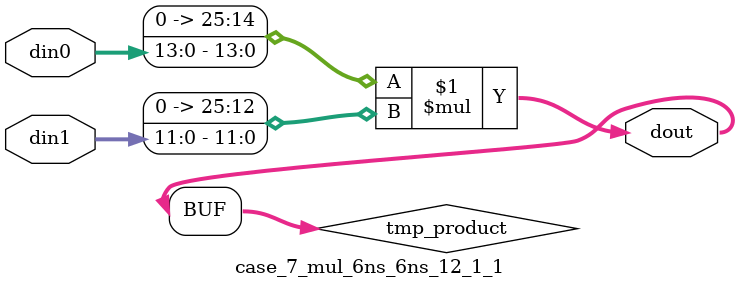
<source format=v>

`timescale 1 ns / 1 ps

 (* use_dsp = "no" *)  module case_7_mul_6ns_6ns_12_1_1(din0, din1, dout);
parameter ID = 1;
parameter NUM_STAGE = 0;
parameter din0_WIDTH = 14;
parameter din1_WIDTH = 12;
parameter dout_WIDTH = 26;

input [din0_WIDTH - 1 : 0] din0; 
input [din1_WIDTH - 1 : 0] din1; 
output [dout_WIDTH - 1 : 0] dout;

wire signed [dout_WIDTH - 1 : 0] tmp_product;
























assign tmp_product = $signed({1'b0, din0}) * $signed({1'b0, din1});











assign dout = tmp_product;





















endmodule

</source>
